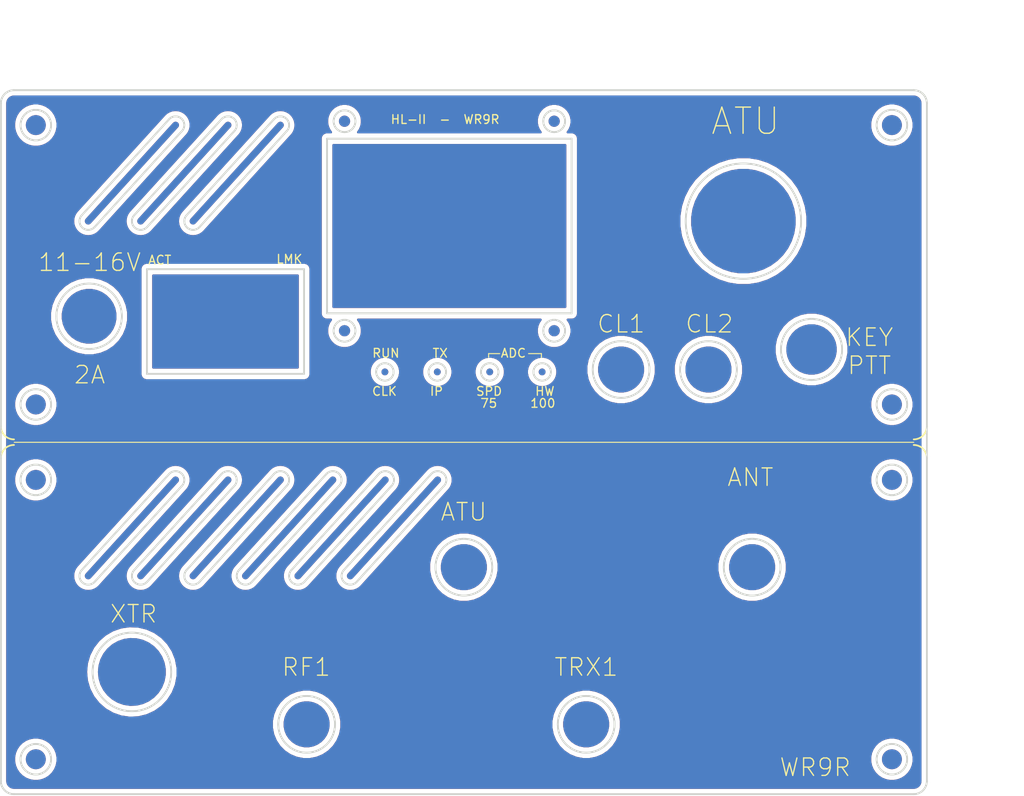
<source format=kicad_pcb>
(kicad_pcb (version 20171130) (host pcbnew "(5.1.5)-3")
  (layers (0 F.Cu signal) (31 B.Cu signal) (34 B.Paste user) (35 F.Paste user) (36 B.SilkS user) (37 F.SilkS user) (38 B.Mask user) (39 F.Mask user) (44 Edge.Cuts user))
  (net 0 "")
  (gr_line (start 191.6444 89.452401) (end 191.6444 93.092399) (layer Edge.Cuts) (width 0.2))
  (gr_line (start 85.6444 89.452401) (end 85.6444 93.092399) (layer Edge.Cuts) (width 0.2))
  (gr_line (start 87.1728 91.2876) (end 190.1444 91.2876) (layer F.SilkS) (width 0.12))
  (gr_text WR9R (at 178.8668 128.524) (layer F.SilkS) (effects (font (size 2 2))))
  (gr_text ANT (at 171.45 95.3008) (layer F.SilkS) (effects (font (size 2 2))))
  (gr_text ATU (at 138.6332 99.2632) (layer F.SilkS) (effects (font (size 2 2))))
  (gr_text TRX1 (at 152.654 117.0432) (layer F.SilkS) (effects (font (size 2 2))))
  (gr_text RF1 (at 120.5992 117.0432) (layer F.SilkS) (effects (font (size 2 2))))
  (gr_text XTR (at 100.838 110.9472) (layer F.SilkS) (effects (font (size 2 2))))
  (gr_text "HL-II  -  WR9R" (at 136.4996 54.3052) (layer F.SilkS) (effects (font (size 1 1))))
  (gr_text "75     100" (at 144.8308 86.8172) (layer F.SilkS) (effects (font (size 1 1))))
  (gr_line (start 147.5232 81.1276) (end 147.5232 81.5848) (layer F.SilkS) (width 0.12))
  (gr_line (start 146.05 81.1276) (end 147.5232 81.1276) (layer F.SilkS) (width 0.12))
  (gr_line (start 141.478 81.1276) (end 142.748 81.1276) (layer F.SilkS) (width 0.12))
  (gr_line (start 141.478 81.534) (end 141.478 81.1276) (layer F.SilkS) (width 0.12))
  (gr_text "CLK     IP     SPD     HW" (at 138.5824 85.4456) (layer F.SilkS) (effects (font (size 1 1))))
  (gr_text "RUN     TX        ADC" (at 136.9568 81.0768) (layer F.SilkS) (effects (font (size 1 1))))
  (gr_text LMK (at 118.6688 70.3072) (layer F.SilkS) (effects (font (size 1 1))))
  (gr_text ACT (at 103.8352 70.4088) (layer F.SilkS) (effects (font (size 1 1))))
  (gr_text "11-16V\n\n\n\n2A" (at 95.8088 77.1144) (layer F.SilkS) (effects (font (size 2 2))))
  (gr_text "CL1   CL2" (at 161.6964 77.724) (layer F.SilkS) (effects (font (size 2 2))))
  (gr_text "KEY\nPTT" (at 185.0644 80.8736) (layer F.SilkS) (effects (font (size 2 2))))
  (gr_text ATU (at 170.8912 54.5084) (layer F.SilkS) (effects (font (size 3 3))))
  (gr_line (start 106.904461 105.919725) (end 116.900005 94.924659) (layer Edge.Cuts) (width 0.2))
  (gr_line (start 124.315519 96.333748) (end 114.384555 107.264835) (layer Edge.Cuts) (width 0.2))
  (gr_arc (start 119.6444 106.592399) (end 118.904461 105.919725) (angle -180.0184211) (layer Edge.Cuts) (width 0.2))
  (gr_line (start 112.904461 105.919725) (end 122.900005 94.924659) (layer Edge.Cuts) (width 0.2))
  (gr_line (start 126.384555 107.264835) (end 136.315519 96.333748) (layer Edge.Cuts) (width 0.2))
  (gr_line (start 120.384555 107.264835) (end 130.315519 96.333748) (layer Edge.Cuts) (width 0.2))
  (gr_arc (start 113.6444 106.592399) (end 112.904461 105.919725) (angle -180.0184211) (layer Edge.Cuts) (width 0.2))
  (gr_arc (start 125.6444 106.592399) (end 124.904461 105.919725) (angle -180.0184211) (layer Edge.Cuts) (width 0.2))
  (gr_line (start 118.315519 96.333748) (end 108.384555 107.264835) (layer Edge.Cuts) (width 0.2))
  (gr_line (start 128.900005 94.924659) (end 118.904461 105.919725) (layer Edge.Cuts) (width 0.2))
  (gr_arc (start 129.6444 95.592399) (end 130.315519 96.333748) (angle -185.953618) (layer Edge.Cuts) (width 0.2))
  (gr_line (start 134.900005 94.924659) (end 124.904461 105.919725) (layer Edge.Cuts) (width 0.2))
  (gr_arc (start 107.6444 106.592399) (end 106.904461 105.919725) (angle -180.0184211) (layer Edge.Cuts) (width 0.2))
  (gr_arc (start 123.6444 95.592399) (end 124.315519 96.333748) (angle -185.953618) (layer Edge.Cuts) (width 0.2))
  (gr_arc (start 117.6444 95.592399) (end 118.315519 96.333748) (angle -185.953618) (layer Edge.Cuts) (width 0.2))
  (gr_arc (start 135.6444 95.592399) (end 136.315519 96.333748) (angle -185.953618) (layer Edge.Cuts) (width 0.2))
  (gr_circle (center 89.6444 95.592399) (end 87.8944 95.592399) (layer Edge.Cuts) (width 0.2))
  (gr_line (start 112.315519 96.333748) (end 102.384555 107.264835) (layer Edge.Cuts) (width 0.2))
  (gr_line (start 96.384555 107.264835) (end 106.315519 96.333748) (layer Edge.Cuts) (width 0.2))
  (gr_circle (center 187.6444 127.592399) (end 185.8944 127.592399) (layer Edge.Cuts) (width 0.2))
  (gr_arc (start 95.6444 106.592399) (end 94.904461 105.919725) (angle -180.0184211) (layer Edge.Cuts) (width 0.2))
  (gr_line (start 87.1444 131.592399) (end 190.1444 131.592399) (layer Edge.Cuts) (width 0.2))
  (gr_circle (center 89.6444 127.592399) (end 87.8944 127.592399) (layer Edge.Cuts) (width 0.2))
  (gr_line (start 104.900005 94.924659) (end 94.904461 105.919725) (layer Edge.Cuts) (width 0.2))
  (gr_circle (center 120.6444 123.592399) (end 117.3944 123.592399) (layer Edge.Cuts) (width 0.2))
  (gr_arc (start 87.1444 93.092399) (end 87.1444 91.592399) (angle -90) (layer F.SilkS) (width 0.2))
  (gr_circle (center 171.6444 105.5924) (end 168.3944 105.5924) (layer Edge.Cuts) (width 0.2))
  (gr_arc (start 190.1444 93.0924) (end 191.6444 93.092399) (angle -90) (layer F.SilkS) (width 0.2))
  (gr_arc (start 111.6444 95.592399) (end 112.315519 96.333748) (angle -185.953618) (layer Edge.Cuts) (width 0.2))
  (gr_circle (center 187.6444 95.592399) (end 185.8944 95.592399) (layer Edge.Cuts) (width 0.2))
  (gr_line (start 100.904461 105.919725) (end 110.900005 94.924659) (layer Edge.Cuts) (width 0.2))
  (gr_arc (start 101.6444 106.592399) (end 100.904461 105.919725) (angle -180.0184211) (layer Edge.Cuts) (width 0.2))
  (gr_circle (center 138.6444 105.5924) (end 135.3944 105.5924) (layer Edge.Cuts) (width 0.2))
  (gr_line (start 85.6444 93.092399) (end 85.6444 130.0924) (layer Edge.Cuts) (width 0.2))
  (gr_arc (start 105.6444 95.592399) (end 106.315519 96.333748) (angle -185.953618) (layer Edge.Cuts) (width 0.2))
  (gr_arc (start 87.1444 130.0924) (end 85.6444 130.0924) (angle -90) (layer Edge.Cuts) (width 0.2))
  (gr_circle (center 100.6444 117.592399) (end 96.1444 117.592399) (layer Edge.Cuts) (width 0.2))
  (gr_circle (center 152.6444 123.592399) (end 149.3944 123.592399) (layer Edge.Cuts) (width 0.2))
  (gr_arc (start 190.1444 130.092399) (end 190.1444 131.592399) (angle -90) (layer Edge.Cuts) (width 0.2))
  (gr_circle (center 89.6444 95.592399) (end 87.8944 95.592399) (layer Edge.Cuts) (width 0.2))
  (gr_circle (center 171.6444 105.5924) (end 168.3944 105.5924) (layer Edge.Cuts) (width 0.2))
  (gr_line (start 191.6444 130.092399) (end 191.6444 93.092399) (layer Edge.Cuts) (width 0.2))
  (gr_circle (center 187.6444 95.592399) (end 185.8944 95.592399) (layer Edge.Cuts) (width 0.2))
  (gr_circle (center 152.6444 123.592399) (end 149.3944 123.592399) (layer Edge.Cuts) (width 0.2))
  (gr_circle (center 138.6444 105.5924) (end 135.3944 105.5924) (layer Edge.Cuts) (width 0.2))
  (gr_circle (center 100.6444 117.592399) (end 96.1444 117.592399) (layer Edge.Cuts) (width 0.2))
  (gr_circle (center 89.6444 127.592399) (end 87.8944 127.592399) (layer Edge.Cuts) (width 0.2))
  (gr_circle (center 120.6444 123.592399) (end 117.3944 123.592399) (layer Edge.Cuts) (width 0.2))
  (gr_circle (center 187.6444 127.592399) (end 185.8944 127.592399) (layer Edge.Cuts) (width 0.2))
  (gr_arc (start 119.6444 106.592399) (end 118.904461 105.919725) (angle -180.0184211) (layer Edge.Cuts) (width 0.2))
  (gr_line (start 96.384555 107.264835) (end 106.315519 96.333748) (layer Edge.Cuts) (width 0.2))
  (gr_arc (start 129.6444 95.592399) (end 130.315519 96.333748) (angle -185.953618) (layer Edge.Cuts) (width 0.2))
  (gr_arc (start 107.6444 106.592399) (end 106.904461 105.919725) (angle -180.0184211) (layer Edge.Cuts) (width 0.2))
  (gr_arc (start 111.6444 95.592399) (end 112.315519 96.333748) (angle -185.953618) (layer Edge.Cuts) (width 0.2))
  (gr_arc (start 123.6444 95.592399) (end 124.315519 96.333748) (angle -185.953618) (layer Edge.Cuts) (width 0.2))
  (gr_line (start 112.315519 96.333748) (end 102.384555 107.264835) (layer Edge.Cuts) (width 0.2))
  (gr_line (start 124.315519 96.333748) (end 114.384555 107.264835) (layer Edge.Cuts) (width 0.2))
  (gr_line (start 134.900005 94.924659) (end 124.904461 105.919725) (layer Edge.Cuts) (width 0.2))
  (gr_line (start 120.384555 107.264835) (end 130.315519 96.333748) (layer Edge.Cuts) (width 0.2))
  (gr_arc (start 95.6444 106.592399) (end 94.904461 105.919725) (angle -180.0184211) (layer Edge.Cuts) (width 0.2))
  (gr_arc (start 117.6444 95.592399) (end 118.315519 96.333748) (angle -185.953618) (layer Edge.Cuts) (width 0.2))
  (gr_arc (start 113.6444 106.592399) (end 112.904461 105.919725) (angle -180.0184211) (layer Edge.Cuts) (width 0.2))
  (gr_line (start 126.384555 107.264835) (end 136.315519 96.333748) (layer Edge.Cuts) (width 0.2))
  (gr_line (start 118.315519 96.333748) (end 108.384555 107.264835) (layer Edge.Cuts) (width 0.2))
  (gr_line (start 128.900005 94.924659) (end 118.904461 105.919725) (layer Edge.Cuts) (width 0.2))
  (gr_line (start 100.904461 105.919725) (end 110.900005 94.924659) (layer Edge.Cuts) (width 0.2))
  (gr_arc (start 125.6444 106.592399) (end 124.904461 105.919725) (angle -180.0184211) (layer Edge.Cuts) (width 0.2))
  (gr_arc (start 135.6444 95.592399) (end 136.315519 96.333748) (angle -185.953618) (layer Edge.Cuts) (width 0.2))
  (gr_arc (start 101.6444 106.592399) (end 100.904461 105.919725) (angle -180.0184211) (layer Edge.Cuts) (width 0.2))
  (gr_line (start 106.904461 105.919725) (end 116.900005 94.924659) (layer Edge.Cuts) (width 0.2))
  (gr_line (start 104.900005 94.924659) (end 94.904461 105.919725) (layer Edge.Cuts) (width 0.2))
  (gr_line (start 112.904461 105.919725) (end 122.900005 94.924659) (layer Edge.Cuts) (width 0.2))
  (gr_arc (start 105.6444 95.592399) (end 106.315519 96.333748) (angle -185.953618) (layer Edge.Cuts) (width 0.2))
  (gr_line (start 85.6444 93.092399) (end 85.6444 130.0924) (layer Edge.Cuts) (width 0.2))
  (gr_line (start 87.1444 131.592399) (end 190.1444 131.592399) (layer Edge.Cuts) (width 0.2))
  (gr_line (start 191.6444 130.0924) (end 191.6444 93.092399) (layer Edge.Cuts) (width 0.2))
  (gr_arc (start 190.1444 130.092399) (end 190.1444 131.592399) (angle -90) (layer Edge.Cuts) (width 0.2))
  (gr_arc (start 87.1444 130.0924) (end 85.6444 130.0924) (angle -90) (layer Edge.Cuts) (width 0.2))
  (gr_line (start 104.900005 54.28466) (end 94.904461 65.279726) (layer Edge.Cuts) (width 0.2))
  (gr_circle (center 147.604625 83.224723) (end 146.604625 83.224723) (layer Edge.Cuts) (width 0.2))
  (gr_line (start 112.315519 55.693749) (end 102.384555 66.624836) (layer Edge.Cuts) (width 0.2))
  (gr_circle (center 135.604625 83.224723) (end 134.604625 83.224723) (layer Edge.Cuts) (width 0.2))
  (gr_arc (start 101.6444 65.9524) (end 100.904461 65.279726) (angle -180.0184211) (layer Edge.Cuts) (width 0.2))
  (gr_arc (start 105.6444 54.9524) (end 106.315519 55.693749) (angle -185.953618) (layer Edge.Cuts) (width 0.2))
  (gr_line (start 118.315519 55.693749) (end 108.384555 66.624836) (layer Edge.Cuts) (width 0.2))
  (gr_arc (start 111.6444 54.9524) (end 112.315519 55.693749) (angle -185.953618) (layer Edge.Cuts) (width 0.2))
  (gr_arc (start 107.6444 65.9524) (end 106.904461 65.279726) (angle -180.0184211) (layer Edge.Cuts) (width 0.2))
  (gr_arc (start 95.6444 65.9524) (end 94.904461 65.279726) (angle -180.0184211) (layer Edge.Cuts) (width 0.2))
  (gr_line (start 100.904461 65.279726) (end 110.900005 54.28466) (layer Edge.Cuts) (width 0.2))
  (gr_line (start 96.384555 66.624836) (end 106.315519 55.693749) (layer Edge.Cuts) (width 0.2))
  (gr_arc (start 117.6444 54.9524) (end 118.315519 55.693749) (angle -185.953618) (layer Edge.Cuts) (width 0.2))
  (gr_line (start 106.904461 65.279726) (end 116.900005 54.28466) (layer Edge.Cuts) (width 0.2))
  (gr_circle (center 187.6444 54.9524) (end 185.8944 54.9524) (layer Edge.Cuts) (width 0.2))
  (gr_circle (center 148.982761 54.508547) (end 147.732761 54.508547) (layer Edge.Cuts) (width 0.2))
  (gr_circle (center 124.982761 54.508547) (end 123.732761 54.508547) (layer Edge.Cuts) (width 0.2))
  (gr_circle (center 166.6444 82.952401) (end 163.3944 82.952401) (layer Edge.Cuts) (width 0.2))
  (gr_line (start 150.98276 56.508549) (end 150.98276 76.508549) (layer Edge.Cuts) (width 0.2))
  (gr_circle (center 89.6444 86.952401) (end 87.8944 86.952401) (layer Edge.Cuts) (width 0.2))
  (gr_line (start 102.35749 83.4524) (end 102.35749 71.4524) (layer Edge.Cuts) (width 0.2))
  (gr_line (start 120.35749 71.4524) (end 120.35749 83.4524) (layer Edge.Cuts) (width 0.2))
  (gr_line (start 120.35749 83.4524) (end 102.35749 83.4524) (layer Edge.Cuts) (width 0.2))
  (gr_circle (center 89.6444 54.9524) (end 87.8944 54.9524) (layer Edge.Cuts) (width 0.2))
  (gr_line (start 150.98276 76.508549) (end 122.98276 76.508549) (layer Edge.Cuts) (width 0.2))
  (gr_circle (center 187.6444 86.952401) (end 185.8944 86.952401) (layer Edge.Cuts) (width 0.2))
  (gr_circle (center 141.604625 83.224723) (end 140.604625 83.224723) (layer Edge.Cuts) (width 0.2))
  (gr_circle (center 156.6444 82.952401) (end 153.3944 82.952401) (layer Edge.Cuts) (width 0.2))
  (gr_circle (center 129.604625 83.224723) (end 128.604625 83.224723) (layer Edge.Cuts) (width 0.2))
  (gr_circle (center 170.6444 65.9524) (end 164.0404 65.9524) (layer Edge.Cuts) (width 0.2))
  (gr_circle (center 148.982761 78.508547) (end 147.732761 78.508547) (layer Edge.Cuts) (width 0.2))
  (gr_circle (center 95.7444 76.8524) (end 91.9944 76.8524) (layer Edge.Cuts) (width 0.2))
  (gr_line (start 102.35749 71.4524) (end 120.35749 71.4524) (layer Edge.Cuts) (width 0.2))
  (gr_line (start 122.98276 56.508549) (end 150.98276 56.508549) (layer Edge.Cuts) (width 0.2))
  (gr_circle (center 124.982761 78.508547) (end 123.732761 78.508547) (layer Edge.Cuts) (width 0.2))
  (gr_circle (center 178.4444 80.6524) (end 174.9444 80.6524) (layer Edge.Cuts) (width 0.2))
  (gr_line (start 122.98276 76.508549) (end 122.98276 56.508549) (layer Edge.Cuts) (width 0.2))
  (gr_circle (center 89.6444 54.9524) (end 87.8944 54.9524) (layer Edge.Cuts) (width 0.2))
  (gr_circle (center 187.6444 86.952401) (end 185.8944 86.952401) (layer Edge.Cuts) (width 0.2))
  (gr_circle (center 89.6444 86.952401) (end 87.8944 86.952401) (layer Edge.Cuts) (width 0.2))
  (gr_line (start 191.6444 89.452401) (end 191.6444 52.4524) (layer Edge.Cuts) (width 0.2))
  (gr_circle (center 148.982761 54.508547) (end 147.732761 54.508547) (layer Edge.Cuts) (width 0.2))
  (gr_circle (center 178.4444 80.6524) (end 174.9444 80.6524) (layer Edge.Cuts) (width 0.2))
  (gr_arc (start 190.1444 89.452401) (end 190.1444 90.9524) (angle -90) (layer F.SilkS) (width 0.2))
  (gr_circle (center 141.604625 83.224723) (end 140.604625 83.224723) (layer Edge.Cuts) (width 0.2))
  (gr_circle (center 147.604625 83.224723) (end 146.604625 83.224723) (layer Edge.Cuts) (width 0.2))
  (gr_circle (center 170.6444 65.9524) (end 164.0404 65.9524) (layer Edge.Cuts) (width 0.2))
  (gr_circle (center 148.982761 78.508547) (end 147.732761 78.508547) (layer Edge.Cuts) (width 0.2))
  (gr_arc (start 87.144399 89.452401) (end 85.6444 89.452401) (angle -90) (layer F.SilkS) (width 0.2))
  (gr_line (start 85.6444 52.4524) (end 85.6444 89.452401) (layer Edge.Cuts) (width 0.2))
  (gr_arc (start 87.144399 52.4524) (end 87.1444 50.9524) (angle -90) (layer Edge.Cuts) (width 0.2))
  (gr_line (start 190.1444 50.9524) (end 87.1444 50.9524) (layer Edge.Cuts) (width 0.2))
  (gr_circle (center 135.604625 83.224723) (end 134.604625 83.224723) (layer Edge.Cuts) (width 0.2))
  (gr_circle (center 156.6444 82.952401) (end 153.3944 82.952401) (layer Edge.Cuts) (width 0.2))
  (gr_circle (center 129.604625 83.224723) (end 128.604625 83.224723) (layer Edge.Cuts) (width 0.2))
  (gr_circle (center 95.7444 76.8524) (end 91.9944 76.8524) (layer Edge.Cuts) (width 0.2))
  (gr_circle (center 124.982761 78.508547) (end 123.732761 78.508547) (layer Edge.Cuts) (width 0.2))
  (gr_circle (center 124.982761 54.508547) (end 123.732761 54.508547) (layer Edge.Cuts) (width 0.2))
  (gr_arc (start 190.1444 52.4524) (end 191.6444 52.4524) (angle -90) (layer Edge.Cuts) (width 0.2))
  (gr_arc (start 111.6444 54.9524) (end 112.315519 55.693749) (angle -185.953618) (layer Edge.Cuts) (width 0.2))
  (gr_line (start 122.98276 76.508549) (end 122.98276 56.508549) (layer Edge.Cuts) (width 0.2))
  (gr_arc (start 105.6444 54.9524) (end 106.315519 55.693749) (angle -185.953618) (layer Edge.Cuts) (width 0.2))
  (gr_line (start 106.904461 65.279726) (end 116.900005 54.28466) (layer Edge.Cuts) (width 0.2))
  (gr_line (start 100.904461 65.279726) (end 110.900005 54.28466) (layer Edge.Cuts) (width 0.2))
  (gr_line (start 112.315519 55.693749) (end 102.384555 66.624836) (layer Edge.Cuts) (width 0.2))
  (gr_arc (start 101.6444 65.9524) (end 100.904461 65.279726) (angle -180.0184211) (layer Edge.Cuts) (width 0.2))
  (gr_line (start 118.315519 55.693749) (end 108.384555 66.624836) (layer Edge.Cuts) (width 0.2))
  (gr_line (start 122.98276 56.508549) (end 150.98276 56.508549) (layer Edge.Cuts) (width 0.2))
  (gr_line (start 150.98276 76.508549) (end 122.98276 76.508549) (layer Edge.Cuts) (width 0.2))
  (gr_arc (start 190.1444 52.4524) (end 191.6444 52.4524) (angle -90) (layer Edge.Cuts) (width 0.2))
  (gr_arc (start 95.6444 65.9524) (end 94.904461 65.279726) (angle -180.0184211) (layer Edge.Cuts) (width 0.2))
  (gr_line (start 102.35749 83.4524) (end 102.35749 71.4524) (layer Edge.Cuts) (width 0.2))
  (gr_circle (center 187.6444 54.9524) (end 185.8944 54.9524) (layer Edge.Cuts) (width 0.2))
  (gr_line (start 102.35749 71.4524) (end 120.35749 71.4524) (layer Edge.Cuts) (width 0.2))
  (gr_line (start 96.384555 66.624836) (end 106.315519 55.693749) (layer Edge.Cuts) (width 0.2))
  (gr_arc (start 107.6444 65.9524) (end 106.904461 65.279726) (angle -180.0184211) (layer Edge.Cuts) (width 0.2))
  (gr_line (start 120.35749 71.4524) (end 120.35749 83.4524) (layer Edge.Cuts) (width 0.2))
  (gr_arc (start 117.6444 54.9524) (end 118.315519 55.693749) (angle -185.953618) (layer Edge.Cuts) (width 0.2))
  (gr_line (start 120.35749 83.4524) (end 102.35749 83.4524) (layer Edge.Cuts) (width 0.2))
  (gr_circle (center 166.6444 82.952401) (end 163.3944 82.952401) (layer Edge.Cuts) (width 0.2))
  (gr_line (start 104.900005 54.28466) (end 94.904461 65.279726) (layer Edge.Cuts) (width 0.2))
  (gr_line (start 150.98276 56.508549) (end 150.98276 76.508549) (layer Edge.Cuts) (width 0.2))
  (gr_line (start 85.6444 52.4524) (end 85.6444 89.452401) (layer Edge.Cuts) (width 0.2))
  (gr_arc (start 87.144399 52.4524) (end 87.1444 50.9524) (angle -90) (layer Edge.Cuts) (width 0.2))
  (gr_line (start 191.6444 89.452401) (end 191.6444 52.4524) (layer Edge.Cuts) (width 0.2))
  (gr_line (start 190.1444 50.9524) (end 87.1444 50.9524) (layer Edge.Cuts) (width 0.2))
  (zone (net 0) (net_name "") (layer F.Cu) (connect_pads (clearance 0.508)) (min_thickness 0.254) (fill yes (arc_segments 32) (thermal_gap 0.508) (thermal_bridge_width 0.508))
    (polygon (pts (xy 191.6684 51.0032) (xy 191.516 131.572) (xy 85.598 131.7244) (xy 85.6488 50.9016)))
  )
  (zone (net 0) (net_name "") (layer B.Cu) (connect_pads (clearance 0.508)) (min_thickness 0.254) (fill yes (arc_segments 32) (thermal_gap 0.508) (thermal_bridge_width 0.508))
    (polygon (pts (xy 191.6684 51.1048) (xy 191.516 131.6736) (xy 85.598 131.826) (xy 85.6488 51.0032)))
  )
)
</source>
